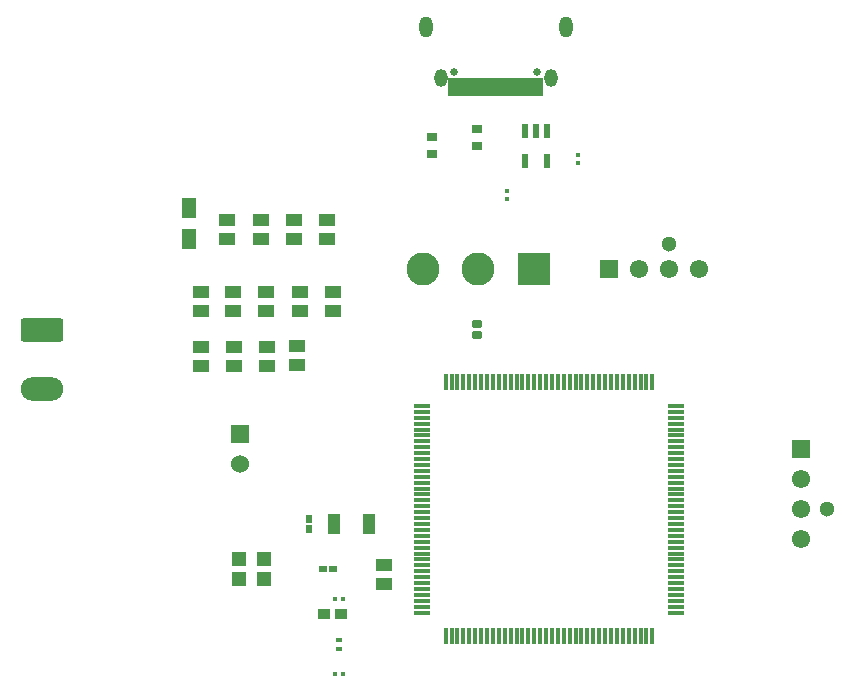
<source format=gbr>
%TF.GenerationSoftware,KiCad,Pcbnew,7.0.7*%
%TF.CreationDate,2023-10-17T17:05:39-05:00*%
%TF.ProjectId,IGVC-CBV1,49475643-2d43-4425-9631-2e6b69636164,rev?*%
%TF.SameCoordinates,Original*%
%TF.FileFunction,Soldermask,Top*%
%TF.FilePolarity,Negative*%
%FSLAX46Y46*%
G04 Gerber Fmt 4.6, Leading zero omitted, Abs format (unit mm)*
G04 Created by KiCad (PCBNEW 7.0.7) date 2023-10-17 17:05:39*
%MOMM*%
%LPD*%
G01*
G04 APERTURE LIST*
G04 Aperture macros list*
%AMRoundRect*
0 Rectangle with rounded corners*
0 $1 Rounding radius*
0 $2 $3 $4 $5 $6 $7 $8 $9 X,Y pos of 4 corners*
0 Add a 4 corners polygon primitive as box body*
4,1,4,$2,$3,$4,$5,$6,$7,$8,$9,$2,$3,0*
0 Add four circle primitives for the rounded corners*
1,1,$1+$1,$2,$3*
1,1,$1+$1,$4,$5*
1,1,$1+$1,$6,$7*
1,1,$1+$1,$8,$9*
0 Add four rect primitives between the rounded corners*
20,1,$1+$1,$2,$3,$4,$5,0*
20,1,$1+$1,$4,$5,$6,$7,0*
20,1,$1+$1,$6,$7,$8,$9,0*
20,1,$1+$1,$8,$9,$2,$3,0*%
G04 Aperture macros list end*
%ADD10R,0.500000X0.400000*%
%ADD11R,1.470000X1.020000*%
%ADD12R,0.600000X1.150000*%
%ADD13R,1.300000X1.300000*%
%ADD14R,1.230000X1.800000*%
%ADD15R,1.530000X1.530000*%
%ADD16C,1.530000*%
%ADD17R,0.650000X0.620000*%
%ADD18R,0.380000X0.415000*%
%ADD19R,2.794000X2.794000*%
%ADD20C,2.794000*%
%ADD21O,1.104000X1.504000*%
%ADD22O,1.104000X1.804000*%
%ADD23RoundRect,0.102000X0.150000X0.700000X-0.150000X0.700000X-0.150000X-0.700000X0.150000X-0.700000X0*%
%ADD24RoundRect,0.102000X0.400000X0.700000X-0.400000X0.700000X-0.400000X-0.700000X0.400000X-0.700000X0*%
%ADD25C,0.650000*%
%ADD26R,0.620000X0.650000*%
%ADD27RoundRect,0.250000X-1.550000X0.750000X-1.550000X-0.750000X1.550000X-0.750000X1.550000X0.750000X0*%
%ADD28O,3.600000X2.000000*%
%ADD29R,0.415000X0.380000*%
%ADD30RoundRect,0.102000X-0.300000X0.245000X-0.300000X-0.245000X0.300000X-0.245000X0.300000X0.245000X0*%
%ADD31R,1.475000X0.300000*%
%ADD32R,0.300000X1.475000*%
%ADD33R,1.005599X0.949998*%
%ADD34C,1.300000*%
%ADD35C,1.550000*%
%ADD36R,1.000000X1.800000*%
%ADD37R,0.900000X0.650000*%
G04 APERTURE END LIST*
D10*
%TO.C,FB1*%
X140729375Y-115659250D03*
X140729375Y-114859250D03*
%TD*%
D11*
%TO.C,C15*%
X144539375Y-108559250D03*
X144539375Y-110179250D03*
%TD*%
D12*
%TO.C,IC2*%
X158377375Y-71825250D03*
X157427375Y-71825250D03*
X156477375Y-71825250D03*
X156477375Y-74325250D03*
X158377375Y-74325250D03*
%TD*%
D11*
%TO.C,C13*%
X131839375Y-90113250D03*
X131839375Y-91733250D03*
%TD*%
%TO.C,C4*%
X136919375Y-80969250D03*
X136919375Y-79349250D03*
%TD*%
D13*
%TO.C,Y1*%
X134379375Y-108059250D03*
X132279375Y-108059250D03*
X132279375Y-109759250D03*
X134379375Y-109759250D03*
%TD*%
D14*
%TO.C,C1*%
X128029375Y-80969250D03*
X128029375Y-78349250D03*
%TD*%
D15*
%TO.C,J4*%
X132356875Y-97479250D03*
D16*
X132356875Y-100019250D03*
%TD*%
D11*
%TO.C,C6*%
X129045375Y-87065250D03*
X129045375Y-85445250D03*
%TD*%
D17*
%TO.C,C19*%
X140221375Y-108909250D03*
X139341375Y-108909250D03*
%TD*%
D18*
%TO.C,C24*%
X161000000Y-74473250D03*
X161000000Y-73857250D03*
%TD*%
D11*
%TO.C,C9*%
X137391375Y-87065250D03*
X137391375Y-85445250D03*
%TD*%
D19*
%TO.C,SW1*%
X157239375Y-83509250D03*
D20*
X152540375Y-83509250D03*
X147841375Y-83509250D03*
%TD*%
D21*
%TO.C,J3*%
X149343375Y-67289250D03*
X158643375Y-67289250D03*
D22*
X148073375Y-62969250D03*
X159913375Y-62969250D03*
D23*
X155743375Y-68069250D03*
X154743375Y-68069250D03*
X153243375Y-68069250D03*
X152243375Y-68069250D03*
D24*
X150493375Y-68069250D03*
X151493375Y-68069250D03*
D23*
X152743375Y-68069250D03*
X153743375Y-68069250D03*
X154243375Y-68069250D03*
X155243375Y-68069250D03*
D24*
X156493375Y-68069250D03*
X157493375Y-68069250D03*
D25*
X150493375Y-66819250D03*
X157493375Y-66819250D03*
%TD*%
D11*
%TO.C,C14*%
X129009375Y-90113250D03*
X129009375Y-91733250D03*
%TD*%
D26*
%TO.C,C20*%
X138189375Y-104659250D03*
X138189375Y-105539250D03*
%TD*%
D27*
%TO.C,J5*%
X115550875Y-88629250D03*
D28*
X115550875Y-93629250D03*
%TD*%
D29*
%TO.C,C17*%
X141037375Y-111449250D03*
X140421375Y-111449250D03*
%TD*%
D11*
%TO.C,C10*%
X140221375Y-87065250D03*
X140221375Y-85445250D03*
%TD*%
%TO.C,C7*%
X131731375Y-87065250D03*
X131731375Y-85445250D03*
%TD*%
%TO.C,C8*%
X134561375Y-87065250D03*
X134561375Y-85445250D03*
%TD*%
D29*
%TO.C,C18*%
X141037375Y-117799250D03*
X140421375Y-117799250D03*
%TD*%
D30*
%TO.C,R1*%
X152413375Y-88134250D03*
X152413375Y-89044250D03*
%TD*%
D31*
%TO.C,IC1*%
X147771375Y-95079250D03*
X147771375Y-95579250D03*
X147771375Y-96079250D03*
X147771375Y-96579250D03*
X147771375Y-97079250D03*
X147771375Y-97579250D03*
X147771375Y-98079250D03*
X147771375Y-98579250D03*
X147771375Y-99079250D03*
X147771375Y-99579250D03*
X147771375Y-100079250D03*
X147771375Y-100579250D03*
X147771375Y-101079250D03*
X147771375Y-101579250D03*
X147771375Y-102079250D03*
X147771375Y-102579250D03*
X147771375Y-103079250D03*
X147771375Y-103579250D03*
X147771375Y-104079250D03*
X147771375Y-104579250D03*
X147771375Y-105079250D03*
X147771375Y-105579250D03*
X147771375Y-106079250D03*
X147771375Y-106579250D03*
X147771375Y-107079250D03*
X147771375Y-107579250D03*
X147771375Y-108079250D03*
X147771375Y-108579250D03*
X147771375Y-109079250D03*
X147771375Y-109579250D03*
X147771375Y-110079250D03*
X147771375Y-110579250D03*
X147771375Y-111079250D03*
X147771375Y-111579250D03*
X147771375Y-112079250D03*
X147771375Y-112579250D03*
D32*
X149759375Y-114567250D03*
X150259375Y-114567250D03*
X150759375Y-114567250D03*
X151259375Y-114567250D03*
X151759375Y-114567250D03*
X152259375Y-114567250D03*
X152759375Y-114567250D03*
X153259375Y-114567250D03*
X153759375Y-114567250D03*
X154259375Y-114567250D03*
X154759375Y-114567250D03*
X155259375Y-114567250D03*
X155759375Y-114567250D03*
X156259375Y-114567250D03*
X156759375Y-114567250D03*
X157259375Y-114567250D03*
X157759375Y-114567250D03*
X158259375Y-114567250D03*
X158759375Y-114567250D03*
X159259375Y-114567250D03*
X159759375Y-114567250D03*
X160259375Y-114567250D03*
X160759375Y-114567250D03*
X161259375Y-114567250D03*
X161759375Y-114567250D03*
X162259375Y-114567250D03*
X162759375Y-114567250D03*
X163259375Y-114567250D03*
X163759375Y-114567250D03*
X164259375Y-114567250D03*
X164759375Y-114567250D03*
X165259375Y-114567250D03*
X165759375Y-114567250D03*
X166259375Y-114567250D03*
X166759375Y-114567250D03*
X167259375Y-114567250D03*
D31*
X169247375Y-112579250D03*
X169247375Y-112079250D03*
X169247375Y-111579250D03*
X169247375Y-111079250D03*
X169247375Y-110579250D03*
X169247375Y-110079250D03*
X169247375Y-109579250D03*
X169247375Y-109079250D03*
X169247375Y-108579250D03*
X169247375Y-108079250D03*
X169247375Y-107579250D03*
X169247375Y-107079250D03*
X169247375Y-106579250D03*
X169247375Y-106079250D03*
X169247375Y-105579250D03*
X169247375Y-105079250D03*
X169247375Y-104579250D03*
X169247375Y-104079250D03*
X169247375Y-103579250D03*
X169247375Y-103079250D03*
X169247375Y-102579250D03*
X169247375Y-102079250D03*
X169247375Y-101579250D03*
X169247375Y-101079250D03*
X169247375Y-100579250D03*
X169247375Y-100079250D03*
X169247375Y-99579250D03*
X169247375Y-99079250D03*
X169247375Y-98579250D03*
X169247375Y-98079250D03*
X169247375Y-97579250D03*
X169247375Y-97079250D03*
X169247375Y-96579250D03*
X169247375Y-96079250D03*
X169247375Y-95579250D03*
X169247375Y-95079250D03*
D32*
X167259375Y-93091250D03*
X166759375Y-93091250D03*
X166259375Y-93091250D03*
X165759375Y-93091250D03*
X165259375Y-93091250D03*
X164759375Y-93091250D03*
X164259375Y-93091250D03*
X163759375Y-93091250D03*
X163259375Y-93091250D03*
X162759375Y-93091250D03*
X162259375Y-93091250D03*
X161759375Y-93091250D03*
X161259375Y-93091250D03*
X160759375Y-93091250D03*
X160259375Y-93091250D03*
X159759375Y-93091250D03*
X159259375Y-93091250D03*
X158759375Y-93091250D03*
X158259375Y-93091250D03*
X157759375Y-93091250D03*
X157259375Y-93091250D03*
X156759375Y-93091250D03*
X156259375Y-93091250D03*
X155759375Y-93091250D03*
X155259375Y-93091250D03*
X154759375Y-93091250D03*
X154259375Y-93091250D03*
X153759375Y-93091250D03*
X153259375Y-93091250D03*
X152759375Y-93091250D03*
X152259375Y-93091250D03*
X151759375Y-93091250D03*
X151259375Y-93091250D03*
X150759375Y-93091250D03*
X150259375Y-93091250D03*
X149759375Y-93091250D03*
%TD*%
D11*
%TO.C,C3*%
X134089375Y-80969250D03*
X134089375Y-79349250D03*
%TD*%
D33*
%TO.C,C16*%
X140914973Y-112719250D03*
X139459375Y-112719250D03*
%TD*%
D34*
%TO.C,J2*%
X182005375Y-103829250D03*
D15*
X179845375Y-98749250D03*
D35*
X179845375Y-101289250D03*
X179845375Y-103829250D03*
X179845375Y-106369250D03*
%TD*%
D36*
%TO.C,R3*%
X140269375Y-105099250D03*
X143269375Y-105099250D03*
%TD*%
D37*
%TO.C,R10*%
X148603375Y-72333250D03*
X148603375Y-73783250D03*
%TD*%
D18*
%TO.C,C23*%
X154953375Y-77521250D03*
X154953375Y-76905250D03*
%TD*%
D11*
%TO.C,C2*%
X131259375Y-80969250D03*
X131259375Y-79349250D03*
%TD*%
D34*
%TO.C,J1*%
X168669375Y-81349250D03*
D15*
X163589375Y-83509250D03*
D35*
X166129375Y-83509250D03*
X168669375Y-83509250D03*
X171209375Y-83509250D03*
%TD*%
D37*
%TO.C,R9*%
X152413375Y-73058250D03*
X152413375Y-71608250D03*
%TD*%
D11*
%TO.C,C12*%
X134669375Y-90113250D03*
X134669375Y-91733250D03*
%TD*%
%TO.C,C11*%
X137173375Y-90017250D03*
X137173375Y-91637250D03*
%TD*%
%TO.C,C5*%
X139749375Y-80969250D03*
X139749375Y-79349250D03*
%TD*%
M02*

</source>
